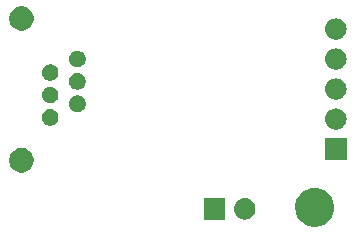
<source format=gbr>
G04 #@! TF.GenerationSoftware,KiCad,Pcbnew,(5.1.2)-2*
G04 #@! TF.CreationDate,2019-09-08T10:38:30-04:00*
G04 #@! TF.ProjectId,jebaoDosingAdapter,6a656261-6f44-46f7-9369-6e6741646170,rev?*
G04 #@! TF.SameCoordinates,PX46492a0PY53724e0*
G04 #@! TF.FileFunction,Soldermask,Bot*
G04 #@! TF.FilePolarity,Negative*
%FSLAX46Y46*%
G04 Gerber Fmt 4.6, Leading zero omitted, Abs format (unit mm)*
G04 Created by KiCad (PCBNEW (5.1.2)-2) date 2019-09-08 10:38:30*
%MOMM*%
%LPD*%
G04 APERTURE LIST*
%ADD10C,0.100000*%
G04 APERTURE END LIST*
D10*
G36*
X31635256Y7148702D02*
G01*
X31741579Y7127553D01*
X32042042Y7003097D01*
X32312451Y6822415D01*
X32542415Y6592451D01*
X32723097Y6322042D01*
X32835704Y6050186D01*
X32847553Y6021578D01*
X32911000Y5702611D01*
X32911000Y5377389D01*
X32882353Y5233373D01*
X32847553Y5058421D01*
X32723097Y4757958D01*
X32542415Y4487549D01*
X32312451Y4257585D01*
X32042042Y4076903D01*
X31741579Y3952447D01*
X31635256Y3931298D01*
X31422611Y3889000D01*
X31097389Y3889000D01*
X30884744Y3931298D01*
X30778421Y3952447D01*
X30477958Y4076903D01*
X30207549Y4257585D01*
X29977585Y4487549D01*
X29796903Y4757958D01*
X29672447Y5058421D01*
X29637647Y5233373D01*
X29609000Y5377389D01*
X29609000Y5702611D01*
X29672447Y6021578D01*
X29684297Y6050186D01*
X29796903Y6322042D01*
X29977585Y6592451D01*
X30207549Y6822415D01*
X30477958Y7003097D01*
X30778421Y7127553D01*
X30884744Y7148702D01*
X31097389Y7191000D01*
X31422611Y7191000D01*
X31635256Y7148702D01*
X31635256Y7148702D01*
G37*
G36*
X25440443Y6304481D02*
G01*
X25506627Y6297963D01*
X25676466Y6246443D01*
X25832991Y6162778D01*
X25868729Y6133448D01*
X25970186Y6050186D01*
X26053448Y5948729D01*
X26082778Y5912991D01*
X26166443Y5756466D01*
X26217963Y5586627D01*
X26235359Y5410000D01*
X26217963Y5233373D01*
X26166443Y5063534D01*
X26082778Y4907009D01*
X26053448Y4871271D01*
X25970186Y4769814D01*
X25868729Y4686552D01*
X25832991Y4657222D01*
X25676466Y4573557D01*
X25506627Y4522037D01*
X25440443Y4515519D01*
X25374260Y4509000D01*
X25285740Y4509000D01*
X25219557Y4515519D01*
X25153373Y4522037D01*
X24983534Y4573557D01*
X24827009Y4657222D01*
X24791271Y4686552D01*
X24689814Y4769814D01*
X24606552Y4871271D01*
X24577222Y4907009D01*
X24493557Y5063534D01*
X24442037Y5233373D01*
X24424641Y5410000D01*
X24442037Y5586627D01*
X24493557Y5756466D01*
X24577222Y5912991D01*
X24606552Y5948729D01*
X24689814Y6050186D01*
X24791271Y6133448D01*
X24827009Y6162778D01*
X24983534Y6246443D01*
X25153373Y6297963D01*
X25219557Y6304481D01*
X25285740Y6311000D01*
X25374260Y6311000D01*
X25440443Y6304481D01*
X25440443Y6304481D01*
G37*
G36*
X23691000Y4509000D02*
G01*
X21889000Y4509000D01*
X21889000Y6311000D01*
X23691000Y6311000D01*
X23691000Y4509000D01*
X23691000Y4509000D01*
G37*
G36*
X6736564Y10540611D02*
G01*
X6927833Y10461385D01*
X6927835Y10461384D01*
X7099973Y10346365D01*
X7246365Y10199973D01*
X7361385Y10027833D01*
X7440611Y9836564D01*
X7481000Y9633516D01*
X7481000Y9426484D01*
X7440611Y9223436D01*
X7361385Y9032167D01*
X7361384Y9032165D01*
X7246365Y8860027D01*
X7099973Y8713635D01*
X6927835Y8598616D01*
X6927834Y8598615D01*
X6927833Y8598615D01*
X6736564Y8519389D01*
X6533516Y8479000D01*
X6326484Y8479000D01*
X6123436Y8519389D01*
X5932167Y8598615D01*
X5932166Y8598615D01*
X5932165Y8598616D01*
X5760027Y8713635D01*
X5613635Y8860027D01*
X5498616Y9032165D01*
X5498615Y9032167D01*
X5419389Y9223436D01*
X5379000Y9426484D01*
X5379000Y9633516D01*
X5419389Y9836564D01*
X5498615Y10027833D01*
X5613635Y10199973D01*
X5760027Y10346365D01*
X5932165Y10461384D01*
X5932167Y10461385D01*
X6123436Y10540611D01*
X6326484Y10581000D01*
X6533516Y10581000D01*
X6736564Y10540611D01*
X6736564Y10540611D01*
G37*
G36*
X33951000Y9579000D02*
G01*
X32149000Y9579000D01*
X32149000Y11381000D01*
X33951000Y11381000D01*
X33951000Y9579000D01*
X33951000Y9579000D01*
G37*
G36*
X33160443Y13914481D02*
G01*
X33226627Y13907963D01*
X33396466Y13856443D01*
X33396468Y13856442D01*
X33474728Y13814611D01*
X33552991Y13772778D01*
X33561865Y13765495D01*
X33690186Y13660186D01*
X33773448Y13558729D01*
X33802778Y13522991D01*
X33886443Y13366466D01*
X33937963Y13196627D01*
X33955359Y13020000D01*
X33937963Y12843373D01*
X33886443Y12673534D01*
X33802778Y12517009D01*
X33773448Y12481271D01*
X33690186Y12379814D01*
X33588729Y12296552D01*
X33552991Y12267222D01*
X33396466Y12183557D01*
X33226627Y12132037D01*
X33160443Y12125519D01*
X33094260Y12119000D01*
X33005740Y12119000D01*
X32939557Y12125519D01*
X32873373Y12132037D01*
X32703534Y12183557D01*
X32547009Y12267222D01*
X32511271Y12296552D01*
X32409814Y12379814D01*
X32326552Y12481271D01*
X32297222Y12517009D01*
X32213557Y12673534D01*
X32162037Y12843373D01*
X32144641Y13020000D01*
X32162037Y13196627D01*
X32213557Y13366466D01*
X32297222Y13522991D01*
X32326552Y13558729D01*
X32409814Y13660186D01*
X32538135Y13765495D01*
X32547009Y13772778D01*
X32625272Y13814611D01*
X32703532Y13856442D01*
X32703534Y13856443D01*
X32873373Y13907963D01*
X32939557Y13914481D01*
X33005740Y13921000D01*
X33094260Y13921000D01*
X33160443Y13914481D01*
X33160443Y13914481D01*
G37*
G36*
X9064473Y13834062D02*
G01*
X9192049Y13781218D01*
X9306859Y13704505D01*
X9404505Y13606859D01*
X9481218Y13492049D01*
X9534062Y13364473D01*
X9561000Y13229044D01*
X9561000Y13090956D01*
X9534062Y12955527D01*
X9481218Y12827951D01*
X9404505Y12713141D01*
X9306859Y12615495D01*
X9192049Y12538782D01*
X9064473Y12485938D01*
X8929044Y12459000D01*
X8790956Y12459000D01*
X8655527Y12485938D01*
X8527951Y12538782D01*
X8413141Y12615495D01*
X8315495Y12713141D01*
X8238782Y12827951D01*
X8185938Y12955527D01*
X8159000Y13090956D01*
X8159000Y13229044D01*
X8185938Y13364473D01*
X8238782Y13492049D01*
X8315495Y13606859D01*
X8413141Y13704505D01*
X8527951Y13781218D01*
X8655527Y13834062D01*
X8790956Y13861000D01*
X8929044Y13861000D01*
X9064473Y13834062D01*
X9064473Y13834062D01*
G37*
G36*
X11364473Y14984062D02*
G01*
X11492049Y14931218D01*
X11606859Y14854505D01*
X11704505Y14756859D01*
X11781218Y14642049D01*
X11834062Y14514473D01*
X11861000Y14379044D01*
X11861000Y14240956D01*
X11834062Y14105527D01*
X11781218Y13977951D01*
X11704505Y13863141D01*
X11606859Y13765495D01*
X11492049Y13688782D01*
X11364473Y13635938D01*
X11229044Y13609000D01*
X11090956Y13609000D01*
X10955527Y13635938D01*
X10827951Y13688782D01*
X10713141Y13765495D01*
X10615495Y13863141D01*
X10538782Y13977951D01*
X10485938Y14105527D01*
X10459000Y14240956D01*
X10459000Y14379044D01*
X10485938Y14514473D01*
X10538782Y14642049D01*
X10615495Y14756859D01*
X10713141Y14854505D01*
X10827951Y14931218D01*
X10955527Y14984062D01*
X11090956Y15011000D01*
X11229044Y15011000D01*
X11364473Y14984062D01*
X11364473Y14984062D01*
G37*
G36*
X9064473Y15734062D02*
G01*
X9192049Y15681218D01*
X9306859Y15604505D01*
X9404505Y15506859D01*
X9481218Y15392049D01*
X9534062Y15264473D01*
X9561000Y15129044D01*
X9561000Y14990956D01*
X9534062Y14855527D01*
X9481218Y14727951D01*
X9404505Y14613141D01*
X9306859Y14515495D01*
X9192049Y14438782D01*
X9064473Y14385938D01*
X8929044Y14359000D01*
X8790956Y14359000D01*
X8655527Y14385938D01*
X8527951Y14438782D01*
X8413141Y14515495D01*
X8315495Y14613141D01*
X8238782Y14727951D01*
X8185938Y14855527D01*
X8159000Y14990956D01*
X8159000Y15129044D01*
X8185938Y15264473D01*
X8238782Y15392049D01*
X8315495Y15506859D01*
X8413141Y15604505D01*
X8527951Y15681218D01*
X8655527Y15734062D01*
X8790956Y15761000D01*
X8929044Y15761000D01*
X9064473Y15734062D01*
X9064473Y15734062D01*
G37*
G36*
X33160443Y16454481D02*
G01*
X33226627Y16447963D01*
X33396466Y16396443D01*
X33552991Y16312778D01*
X33585694Y16285939D01*
X33690186Y16200186D01*
X33773448Y16098729D01*
X33802778Y16062991D01*
X33886443Y15906466D01*
X33937963Y15736627D01*
X33955359Y15560000D01*
X33937963Y15383373D01*
X33886443Y15213534D01*
X33802778Y15057009D01*
X33773448Y15021271D01*
X33690186Y14919814D01*
X33588729Y14836552D01*
X33552991Y14807222D01*
X33552989Y14807221D01*
X33404689Y14727952D01*
X33396466Y14723557D01*
X33226627Y14672037D01*
X33160442Y14665518D01*
X33094260Y14659000D01*
X33005740Y14659000D01*
X32939558Y14665518D01*
X32873373Y14672037D01*
X32703534Y14723557D01*
X32695312Y14727952D01*
X32547011Y14807221D01*
X32547009Y14807222D01*
X32511271Y14836552D01*
X32409814Y14919814D01*
X32326552Y15021271D01*
X32297222Y15057009D01*
X32213557Y15213534D01*
X32162037Y15383373D01*
X32144641Y15560000D01*
X32162037Y15736627D01*
X32213557Y15906466D01*
X32297222Y16062991D01*
X32326552Y16098729D01*
X32409814Y16200186D01*
X32514306Y16285939D01*
X32547009Y16312778D01*
X32703534Y16396443D01*
X32873373Y16447963D01*
X32939557Y16454481D01*
X33005740Y16461000D01*
X33094260Y16461000D01*
X33160443Y16454481D01*
X33160443Y16454481D01*
G37*
G36*
X11364473Y16884062D02*
G01*
X11492049Y16831218D01*
X11606859Y16754505D01*
X11704505Y16656859D01*
X11781218Y16542049D01*
X11834062Y16414473D01*
X11861000Y16279044D01*
X11861000Y16140956D01*
X11834062Y16005527D01*
X11781218Y15877951D01*
X11704505Y15763141D01*
X11606859Y15665495D01*
X11492049Y15588782D01*
X11364473Y15535938D01*
X11229044Y15509000D01*
X11090956Y15509000D01*
X10955527Y15535938D01*
X10827951Y15588782D01*
X10713141Y15665495D01*
X10615495Y15763141D01*
X10538782Y15877951D01*
X10485938Y16005527D01*
X10459000Y16140956D01*
X10459000Y16279044D01*
X10485938Y16414473D01*
X10538782Y16542049D01*
X10615495Y16656859D01*
X10713141Y16754505D01*
X10827951Y16831218D01*
X10955527Y16884062D01*
X11090956Y16911000D01*
X11229044Y16911000D01*
X11364473Y16884062D01*
X11364473Y16884062D01*
G37*
G36*
X9064473Y17634062D02*
G01*
X9192049Y17581218D01*
X9306859Y17504505D01*
X9404505Y17406859D01*
X9481218Y17292049D01*
X9534062Y17164473D01*
X9561000Y17029044D01*
X9561000Y16890956D01*
X9534062Y16755527D01*
X9481218Y16627951D01*
X9404505Y16513141D01*
X9306859Y16415495D01*
X9192049Y16338782D01*
X9064473Y16285938D01*
X8929044Y16259000D01*
X8790956Y16259000D01*
X8655527Y16285938D01*
X8527951Y16338782D01*
X8413141Y16415495D01*
X8315495Y16513141D01*
X8238782Y16627951D01*
X8185938Y16755527D01*
X8159000Y16890956D01*
X8159000Y17029044D01*
X8185938Y17164473D01*
X8238782Y17292049D01*
X8315495Y17406859D01*
X8413141Y17504505D01*
X8527951Y17581218D01*
X8655527Y17634062D01*
X8790956Y17661000D01*
X8929044Y17661000D01*
X9064473Y17634062D01*
X9064473Y17634062D01*
G37*
G36*
X33160442Y18994482D02*
G01*
X33226627Y18987963D01*
X33396466Y18936443D01*
X33552991Y18852778D01*
X33588729Y18823448D01*
X33690186Y18740186D01*
X33760504Y18654502D01*
X33802778Y18602991D01*
X33886443Y18446466D01*
X33937963Y18276627D01*
X33955359Y18100000D01*
X33937963Y17923373D01*
X33886443Y17753534D01*
X33802778Y17597009D01*
X33776917Y17565498D01*
X33690186Y17459814D01*
X33588729Y17376552D01*
X33552991Y17347222D01*
X33396466Y17263557D01*
X33226627Y17212037D01*
X33160443Y17205519D01*
X33094260Y17199000D01*
X33005740Y17199000D01*
X32939557Y17205519D01*
X32873373Y17212037D01*
X32703534Y17263557D01*
X32547009Y17347222D01*
X32511271Y17376552D01*
X32409814Y17459814D01*
X32323083Y17565498D01*
X32297222Y17597009D01*
X32213557Y17753534D01*
X32162037Y17923373D01*
X32144641Y18100000D01*
X32162037Y18276627D01*
X32213557Y18446466D01*
X32297222Y18602991D01*
X32339496Y18654502D01*
X32409814Y18740186D01*
X32511271Y18823448D01*
X32547009Y18852778D01*
X32703534Y18936443D01*
X32873373Y18987963D01*
X32939558Y18994482D01*
X33005740Y19001000D01*
X33094260Y19001000D01*
X33160442Y18994482D01*
X33160442Y18994482D01*
G37*
G36*
X11364473Y18784062D02*
G01*
X11492049Y18731218D01*
X11606859Y18654505D01*
X11704505Y18556859D01*
X11781218Y18442049D01*
X11834062Y18314473D01*
X11861000Y18179044D01*
X11861000Y18040956D01*
X11834062Y17905527D01*
X11781218Y17777951D01*
X11704505Y17663141D01*
X11606859Y17565495D01*
X11492049Y17488782D01*
X11364473Y17435938D01*
X11229044Y17409000D01*
X11090956Y17409000D01*
X10955527Y17435938D01*
X10827951Y17488782D01*
X10713141Y17565495D01*
X10615495Y17663141D01*
X10538782Y17777951D01*
X10485938Y17905527D01*
X10459000Y18040956D01*
X10459000Y18179044D01*
X10485938Y18314473D01*
X10538782Y18442049D01*
X10615495Y18556859D01*
X10713141Y18654505D01*
X10827951Y18731218D01*
X10955527Y18784062D01*
X11090956Y18811000D01*
X11229044Y18811000D01*
X11364473Y18784062D01*
X11364473Y18784062D01*
G37*
G36*
X33160442Y21534482D02*
G01*
X33226627Y21527963D01*
X33396466Y21476443D01*
X33552991Y21392778D01*
X33588729Y21363448D01*
X33690186Y21280186D01*
X33773448Y21178729D01*
X33802778Y21142991D01*
X33886443Y20986466D01*
X33937963Y20816627D01*
X33955359Y20640000D01*
X33937963Y20463373D01*
X33886443Y20293534D01*
X33802778Y20137009D01*
X33773448Y20101271D01*
X33690186Y19999814D01*
X33588729Y19916552D01*
X33552991Y19887222D01*
X33396466Y19803557D01*
X33226627Y19752037D01*
X33160443Y19745519D01*
X33094260Y19739000D01*
X33005740Y19739000D01*
X32939557Y19745519D01*
X32873373Y19752037D01*
X32703534Y19803557D01*
X32547009Y19887222D01*
X32511271Y19916552D01*
X32409814Y19999814D01*
X32326552Y20101271D01*
X32297222Y20137009D01*
X32213557Y20293534D01*
X32162037Y20463373D01*
X32144641Y20640000D01*
X32162037Y20816627D01*
X32213557Y20986466D01*
X32297222Y21142991D01*
X32326552Y21178729D01*
X32409814Y21280186D01*
X32511271Y21363448D01*
X32547009Y21392778D01*
X32703534Y21476443D01*
X32873373Y21527963D01*
X32939558Y21534482D01*
X33005740Y21541000D01*
X33094260Y21541000D01*
X33160442Y21534482D01*
X33160442Y21534482D01*
G37*
G36*
X6736564Y22540611D02*
G01*
X6927833Y22461385D01*
X6927835Y22461384D01*
X7099973Y22346365D01*
X7246365Y22199973D01*
X7361385Y22027833D01*
X7440611Y21836564D01*
X7481000Y21633516D01*
X7481000Y21426484D01*
X7440611Y21223436D01*
X7361385Y21032167D01*
X7361384Y21032165D01*
X7246365Y20860027D01*
X7099973Y20713635D01*
X6927835Y20598616D01*
X6927834Y20598615D01*
X6927833Y20598615D01*
X6736564Y20519389D01*
X6533516Y20479000D01*
X6326484Y20479000D01*
X6123436Y20519389D01*
X5932167Y20598615D01*
X5932166Y20598615D01*
X5932165Y20598616D01*
X5760027Y20713635D01*
X5613635Y20860027D01*
X5498616Y21032165D01*
X5498615Y21032167D01*
X5419389Y21223436D01*
X5379000Y21426484D01*
X5379000Y21633516D01*
X5419389Y21836564D01*
X5498615Y22027833D01*
X5613635Y22199973D01*
X5760027Y22346365D01*
X5932165Y22461384D01*
X5932167Y22461385D01*
X6123436Y22540611D01*
X6326484Y22581000D01*
X6533516Y22581000D01*
X6736564Y22540611D01*
X6736564Y22540611D01*
G37*
M02*

</source>
